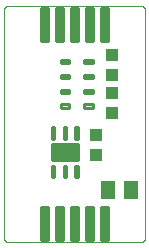
<source format=gtp>
G75*
%MOIN*%
%OFA0B0*%
%FSLAX25Y25*%
%IPPOS*%
%LPD*%
%AMOC8*
5,1,8,0,0,1.08239X$1,22.5*
%
%ADD10C,0.00000*%
%ADD11C,0.01575*%
%ADD12R,0.05118X0.05906*%
%ADD13C,0.00886*%
%ADD14R,0.03937X0.04331*%
%ADD15C,0.01083*%
D10*
X0002969Y0014780D02*
X0047063Y0014780D01*
X0047063Y0014779D02*
X0047140Y0014781D01*
X0047217Y0014787D01*
X0047294Y0014796D01*
X0047370Y0014809D01*
X0047446Y0014826D01*
X0047520Y0014847D01*
X0047594Y0014871D01*
X0047666Y0014899D01*
X0047736Y0014930D01*
X0047805Y0014965D01*
X0047873Y0015003D01*
X0047938Y0015044D01*
X0048001Y0015089D01*
X0048062Y0015137D01*
X0048121Y0015187D01*
X0048177Y0015240D01*
X0048230Y0015296D01*
X0048280Y0015355D01*
X0048328Y0015416D01*
X0048373Y0015479D01*
X0048414Y0015544D01*
X0048452Y0015612D01*
X0048487Y0015681D01*
X0048518Y0015751D01*
X0048546Y0015823D01*
X0048570Y0015897D01*
X0048591Y0015971D01*
X0048608Y0016047D01*
X0048621Y0016123D01*
X0048630Y0016200D01*
X0048636Y0016277D01*
X0048638Y0016354D01*
X0048638Y0091945D01*
X0048636Y0092022D01*
X0048630Y0092099D01*
X0048621Y0092176D01*
X0048608Y0092252D01*
X0048591Y0092328D01*
X0048570Y0092402D01*
X0048546Y0092476D01*
X0048518Y0092548D01*
X0048487Y0092618D01*
X0048452Y0092687D01*
X0048414Y0092755D01*
X0048373Y0092820D01*
X0048328Y0092883D01*
X0048280Y0092944D01*
X0048230Y0093003D01*
X0048177Y0093059D01*
X0048121Y0093112D01*
X0048062Y0093162D01*
X0048001Y0093210D01*
X0047938Y0093255D01*
X0047873Y0093296D01*
X0047805Y0093334D01*
X0047736Y0093369D01*
X0047666Y0093400D01*
X0047594Y0093428D01*
X0047520Y0093452D01*
X0047446Y0093473D01*
X0047370Y0093490D01*
X0047294Y0093503D01*
X0047217Y0093512D01*
X0047140Y0093518D01*
X0047063Y0093520D01*
X0002969Y0093520D01*
X0002892Y0093518D01*
X0002815Y0093512D01*
X0002738Y0093503D01*
X0002662Y0093490D01*
X0002586Y0093473D01*
X0002512Y0093452D01*
X0002438Y0093428D01*
X0002366Y0093400D01*
X0002296Y0093369D01*
X0002227Y0093334D01*
X0002159Y0093296D01*
X0002094Y0093255D01*
X0002031Y0093210D01*
X0001970Y0093162D01*
X0001911Y0093112D01*
X0001855Y0093059D01*
X0001802Y0093003D01*
X0001752Y0092944D01*
X0001704Y0092883D01*
X0001659Y0092820D01*
X0001618Y0092755D01*
X0001580Y0092687D01*
X0001545Y0092618D01*
X0001514Y0092548D01*
X0001486Y0092476D01*
X0001462Y0092402D01*
X0001441Y0092328D01*
X0001424Y0092252D01*
X0001411Y0092176D01*
X0001402Y0092099D01*
X0001396Y0092022D01*
X0001394Y0091945D01*
X0001394Y0016354D01*
X0001396Y0016277D01*
X0001402Y0016200D01*
X0001411Y0016123D01*
X0001424Y0016047D01*
X0001441Y0015971D01*
X0001462Y0015897D01*
X0001486Y0015823D01*
X0001514Y0015751D01*
X0001545Y0015681D01*
X0001580Y0015612D01*
X0001618Y0015544D01*
X0001659Y0015479D01*
X0001704Y0015416D01*
X0001752Y0015355D01*
X0001802Y0015296D01*
X0001855Y0015240D01*
X0001911Y0015187D01*
X0001970Y0015137D01*
X0002031Y0015089D01*
X0002094Y0015044D01*
X0002159Y0015003D01*
X0002227Y0014965D01*
X0002296Y0014930D01*
X0002366Y0014899D01*
X0002438Y0014871D01*
X0002512Y0014847D01*
X0002586Y0014826D01*
X0002662Y0014809D01*
X0002738Y0014796D01*
X0002815Y0014787D01*
X0002892Y0014781D01*
X0002969Y0014779D01*
D11*
X0014228Y0026197D02*
X0015804Y0026197D01*
X0015804Y0015961D01*
X0014228Y0015961D01*
X0014228Y0026197D01*
X0014228Y0017535D02*
X0015804Y0017535D01*
X0015804Y0019109D02*
X0014228Y0019109D01*
X0014228Y0020683D02*
X0015804Y0020683D01*
X0015804Y0022257D02*
X0014228Y0022257D01*
X0014228Y0023831D02*
X0015804Y0023831D01*
X0015804Y0025405D02*
X0014228Y0025405D01*
X0019228Y0026197D02*
X0020804Y0026197D01*
X0020804Y0015961D01*
X0019228Y0015961D01*
X0019228Y0026197D01*
X0019228Y0017535D02*
X0020804Y0017535D01*
X0020804Y0019109D02*
X0019228Y0019109D01*
X0019228Y0020683D02*
X0020804Y0020683D01*
X0020804Y0022257D02*
X0019228Y0022257D01*
X0019228Y0023831D02*
X0020804Y0023831D01*
X0020804Y0025405D02*
X0019228Y0025405D01*
X0024228Y0026197D02*
X0025804Y0026197D01*
X0025804Y0015961D01*
X0024228Y0015961D01*
X0024228Y0026197D01*
X0024228Y0017535D02*
X0025804Y0017535D01*
X0025804Y0019109D02*
X0024228Y0019109D01*
X0024228Y0020683D02*
X0025804Y0020683D01*
X0025804Y0022257D02*
X0024228Y0022257D01*
X0024228Y0023831D02*
X0025804Y0023831D01*
X0025804Y0025405D02*
X0024228Y0025405D01*
X0029228Y0026197D02*
X0030804Y0026197D01*
X0030804Y0015961D01*
X0029228Y0015961D01*
X0029228Y0026197D01*
X0029228Y0017535D02*
X0030804Y0017535D01*
X0030804Y0019109D02*
X0029228Y0019109D01*
X0029228Y0020683D02*
X0030804Y0020683D01*
X0030804Y0022257D02*
X0029228Y0022257D01*
X0029228Y0023831D02*
X0030804Y0023831D01*
X0030804Y0025405D02*
X0029228Y0025405D01*
X0034228Y0026197D02*
X0035804Y0026197D01*
X0035804Y0015961D01*
X0034228Y0015961D01*
X0034228Y0026197D01*
X0034228Y0017535D02*
X0035804Y0017535D01*
X0035804Y0019109D02*
X0034228Y0019109D01*
X0034228Y0020683D02*
X0035804Y0020683D01*
X0035804Y0022257D02*
X0034228Y0022257D01*
X0034228Y0023831D02*
X0035804Y0023831D01*
X0035804Y0025405D02*
X0034228Y0025405D01*
X0026000Y0042339D02*
X0017732Y0042339D01*
X0017732Y0047063D01*
X0026000Y0047063D01*
X0026000Y0042339D01*
X0026000Y0043913D02*
X0017732Y0043913D01*
X0017732Y0045487D02*
X0026000Y0045487D01*
X0026000Y0047061D02*
X0017732Y0047061D01*
X0019228Y0092338D02*
X0020804Y0092338D01*
X0020804Y0082102D01*
X0019228Y0082102D01*
X0019228Y0092338D01*
X0019228Y0083676D02*
X0020804Y0083676D01*
X0020804Y0085250D02*
X0019228Y0085250D01*
X0019228Y0086824D02*
X0020804Y0086824D01*
X0020804Y0088398D02*
X0019228Y0088398D01*
X0019228Y0089972D02*
X0020804Y0089972D01*
X0020804Y0091546D02*
X0019228Y0091546D01*
X0015804Y0092338D02*
X0014228Y0092338D01*
X0015804Y0092338D02*
X0015804Y0082102D01*
X0014228Y0082102D01*
X0014228Y0092338D01*
X0014228Y0083676D02*
X0015804Y0083676D01*
X0015804Y0085250D02*
X0014228Y0085250D01*
X0014228Y0086824D02*
X0015804Y0086824D01*
X0015804Y0088398D02*
X0014228Y0088398D01*
X0014228Y0089972D02*
X0015804Y0089972D01*
X0015804Y0091546D02*
X0014228Y0091546D01*
X0024228Y0092338D02*
X0025804Y0092338D01*
X0025804Y0082102D01*
X0024228Y0082102D01*
X0024228Y0092338D01*
X0024228Y0083676D02*
X0025804Y0083676D01*
X0025804Y0085250D02*
X0024228Y0085250D01*
X0024228Y0086824D02*
X0025804Y0086824D01*
X0025804Y0088398D02*
X0024228Y0088398D01*
X0024228Y0089972D02*
X0025804Y0089972D01*
X0025804Y0091546D02*
X0024228Y0091546D01*
X0029228Y0092338D02*
X0030804Y0092338D01*
X0030804Y0082102D01*
X0029228Y0082102D01*
X0029228Y0092338D01*
X0029228Y0083676D02*
X0030804Y0083676D01*
X0030804Y0085250D02*
X0029228Y0085250D01*
X0029228Y0086824D02*
X0030804Y0086824D01*
X0030804Y0088398D02*
X0029228Y0088398D01*
X0029228Y0089972D02*
X0030804Y0089972D01*
X0030804Y0091546D02*
X0029228Y0091546D01*
X0034228Y0092338D02*
X0035804Y0092338D01*
X0035804Y0082102D01*
X0034228Y0082102D01*
X0034228Y0092338D01*
X0034228Y0083676D02*
X0035804Y0083676D01*
X0035804Y0085250D02*
X0034228Y0085250D01*
X0034228Y0086824D02*
X0035804Y0086824D01*
X0035804Y0088398D02*
X0034228Y0088398D01*
X0034228Y0089972D02*
X0035804Y0089972D01*
X0035804Y0091546D02*
X0034228Y0091546D01*
D12*
X0036236Y0032102D03*
X0043717Y0032102D03*
D13*
X0026246Y0036384D02*
X0026246Y0040222D01*
X0026246Y0036384D02*
X0025360Y0036384D01*
X0025360Y0040222D01*
X0026246Y0040222D01*
X0026246Y0037269D02*
X0025360Y0037269D01*
X0025360Y0038154D02*
X0026246Y0038154D01*
X0026246Y0039039D02*
X0025360Y0039039D01*
X0025360Y0039924D02*
X0026246Y0039924D01*
X0022309Y0040222D02*
X0022309Y0036384D01*
X0021423Y0036384D01*
X0021423Y0040222D01*
X0022309Y0040222D01*
X0022309Y0037269D02*
X0021423Y0037269D01*
X0021423Y0038154D02*
X0022309Y0038154D01*
X0022309Y0039039D02*
X0021423Y0039039D01*
X0021423Y0039924D02*
X0022309Y0039924D01*
X0018372Y0040222D02*
X0018372Y0036384D01*
X0017486Y0036384D01*
X0017486Y0040222D01*
X0018372Y0040222D01*
X0018372Y0037269D02*
X0017486Y0037269D01*
X0017486Y0038154D02*
X0018372Y0038154D01*
X0018372Y0039039D02*
X0017486Y0039039D01*
X0017486Y0039924D02*
X0018372Y0039924D01*
X0018372Y0049179D02*
X0018372Y0053017D01*
X0018372Y0049179D02*
X0017486Y0049179D01*
X0017486Y0053017D01*
X0018372Y0053017D01*
X0018372Y0050064D02*
X0017486Y0050064D01*
X0017486Y0050949D02*
X0018372Y0050949D01*
X0018372Y0051834D02*
X0017486Y0051834D01*
X0017486Y0052719D02*
X0018372Y0052719D01*
X0022309Y0053017D02*
X0022309Y0049179D01*
X0021423Y0049179D01*
X0021423Y0053017D01*
X0022309Y0053017D01*
X0022309Y0050064D02*
X0021423Y0050064D01*
X0021423Y0050949D02*
X0022309Y0050949D01*
X0022309Y0051834D02*
X0021423Y0051834D01*
X0021423Y0052719D02*
X0022309Y0052719D01*
X0026246Y0053017D02*
X0026246Y0049179D01*
X0025360Y0049179D01*
X0025360Y0053017D01*
X0026246Y0053017D01*
X0026246Y0050064D02*
X0025360Y0050064D01*
X0025360Y0050949D02*
X0026246Y0050949D01*
X0026246Y0051834D02*
X0025360Y0051834D01*
X0025360Y0052719D02*
X0026246Y0052719D01*
D14*
X0032102Y0050409D03*
X0032102Y0043717D03*
X0037614Y0057890D03*
X0037614Y0064583D03*
X0037614Y0070488D03*
X0037614Y0077181D03*
D15*
X0031167Y0075458D02*
X0028313Y0075458D01*
X0031167Y0075458D02*
X0031167Y0074376D01*
X0028313Y0074376D01*
X0028313Y0075458D01*
X0031167Y0075458D01*
X0031167Y0070537D02*
X0028313Y0070537D01*
X0031167Y0070537D02*
X0031167Y0069455D01*
X0028313Y0069455D01*
X0028313Y0070537D01*
X0031167Y0070537D01*
X0031167Y0065616D02*
X0028313Y0065616D01*
X0031167Y0065616D02*
X0031167Y0064534D01*
X0028313Y0064534D01*
X0028313Y0065616D01*
X0031167Y0065616D01*
X0031167Y0060695D02*
X0028313Y0060695D01*
X0031167Y0060695D02*
X0031167Y0059613D01*
X0028313Y0059613D01*
X0028313Y0060695D01*
X0031167Y0060695D01*
X0023293Y0060695D02*
X0020439Y0060695D01*
X0023293Y0060695D02*
X0023293Y0059613D01*
X0020439Y0059613D01*
X0020439Y0060695D01*
X0023293Y0060695D01*
X0023293Y0065616D02*
X0020439Y0065616D01*
X0023293Y0065616D02*
X0023293Y0064534D01*
X0020439Y0064534D01*
X0020439Y0065616D01*
X0023293Y0065616D01*
X0023293Y0070537D02*
X0020439Y0070537D01*
X0023293Y0070537D02*
X0023293Y0069455D01*
X0020439Y0069455D01*
X0020439Y0070537D01*
X0023293Y0070537D01*
X0023293Y0075458D02*
X0020439Y0075458D01*
X0023293Y0075458D02*
X0023293Y0074376D01*
X0020439Y0074376D01*
X0020439Y0075458D01*
X0023293Y0075458D01*
M02*

</source>
